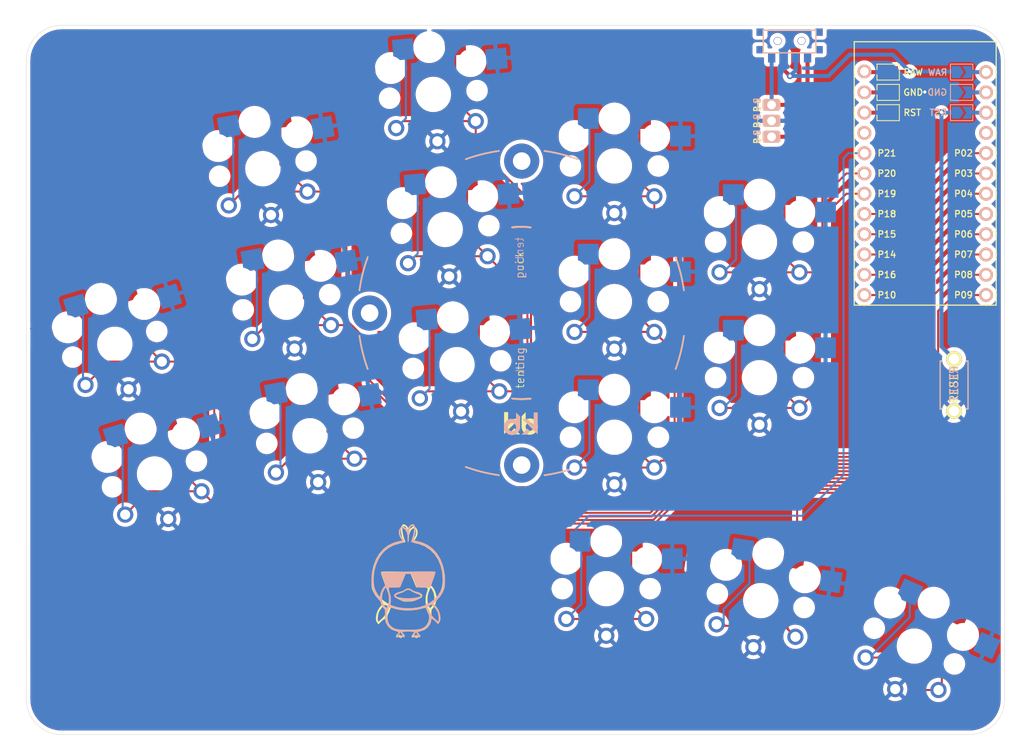
<source format=kicad_pcb>
(kicad_pcb (version 20211014) (generator pcbnew)
  (title_block (title "board") (rev "v1.0.0") (company "Unknown"))
  (layers (0 "F.Cu" signal) (31 "B.Cu" signal) (34 "B.Paste" user) (35 "F.Paste" user) (36 "B.SilkS" user "B.Silkscreen") (37 "F.SilkS" user "F.Silkscreen") (38 "B.Mask" user) (39 "F.Mask" user) (44 "Edge.Cuts" user))
  (net 0 "")
  (net 1 "P6")
  (net 2 "GND")
  (net 3 "P5")
  (net 4 "P4")
  (net 5 "P3")
  (net 6 "P2")
  (net 7 "P18")
  (net 8 "P15")
  (net 9 "P14")
  (net 10 "P16")
  (net 11 "P10")
  (net 12 "P19")
  (net 13 "P20")
  (net 14 "P21")
  (net 15 "P7")
  (net 16 "P8")
  (net 17 "P9")
  (net 18 "RAW")
  (net 19 "RST")
  (net 20 "Braw")
  (footprint "kbd:ResetSW" (layer "F.Cu") (at 157.969791 -77.623254 90)
    (fp_text reference "B1" hide)
    (fp_text value "")
  )
  (footprint "Alaa:choc_hotswap_key" (layer "F.Cu") (at 71.38711 -104.745067 10)
    (fp_text reference "S11" hide)
    (fp_text value "" hide)
  )
  (footprint "Alaa:choc_hotswap_key" (layer "F.Cu") (at 94.221643 -97.114167 5)
    (fp_text reference "S15" hide)
    (fp_text value "" hide)
  )
  (footprint "Alaa:choc_hotswap_key" (layer "F.Cu") (at 115.424791 -88.077254)
    (fp_text reference "S21" hide)
    (fp_text value "" hide)
  )
  (footprint "E73:SPDT_C128955" (layer "F.Cu") (at 137.368406 -120.751838)
    (fp_text reference "T1" hide)
    (fp_text value "" hide)
  )
  (footprint "Alaa:choc_hotswap_key" (layer "F.Cu") (at 114.400791 -52.096254)
    (fp_text reference "S31" hide)
    (fp_text value "" hide)
  )
  (footprint "E73:SPDT_C128955" (layer "F.Cu") (at 137.368406 -120.751838)
    (fp_text reference "T2" hide)
    (fp_text value "" hide)
  )
  (footprint "Alaa:choc_hotswap_key" (layer "F.Cu") (at 133.599495 -95.544491)
    (fp_text reference "S29" hide)
    (fp_text value "" hide)
  )
  (footprint "LOGO" (layer "F.Cu") (at 89.516791 -51.715254)
    (fp_text reference "G***" hide)
    (fp_text value "LOGO" hide)
  )
  (footprint "Alaa:choc_hotswap_key" (layer "F.Cu") (at 152.997059 -44.898044 -24)
    (fp_text reference "S33" hide)
    (fp_text value "" hide)
  )
  (footprint "Alaa:choc_hotswap_key" (layer "F.Cu") (at 77.291148 -71.261603 10)
    (fp_text reference "S7" hide)
    (fp_text value "" hide)
  )
  (footprint "lib:bat" (layer "F.Cu") (at 135.109791 -110.738254 -90)
    (fp_text reference "PAD1" hide)
    (fp_text value "" hide)
  )
  (footprint "Alaa:choc_hotswap_key" (layer "F.Cu") (at 52.842259 -82.729963 17)
    (fp_text reference "S5" hide)
    (fp_text value "" hide)
  )
  (footprint "Alaa:choc_hotswap_key" (layer "F.Cu") (at 133.599495 -78.544491)
    (fp_text reference "S27" hide)
    (fp_text value "" hide)
  )
  (footprint "Alaa:choc_hotswap_key" (layer "F.Cu") (at 74.339129 -88.003335 10)
    (fp_text reference "S9" hide)
    (fp_text value "" hide)
  )
  (footprint "Alaa:choc_hotswap_key" (layer "F.Cu") (at 95.703291 -80.178857 5)
    (fp_text reference "S13" hide)
    (fp_text value "" hide)
  )
  (footprint "Alaa:choc_hotswap_key" (layer "F.Cu") (at 92.739996 -114.049477 5)
    (fp_text reference "S17" hide)
    (fp_text value "" hide)
  )
  (footprint "Alaa:choc_hotswap_key" (layer "F.Cu") (at 133.758386 -50.596799 -9)
    (fp_text reference "S31" hide)
    (fp_text value "" hide)
  )
  (footprint "ProMicro" (layer "F.Cu") (at 154.357213 -102.872348 -90)
    (fp_text reference "MCU1" hide)
    (fp_text value "" hide)
  )
  (footprint "Alaa:choc_hotswap_key" (layer "F.Cu") (at 57.812578 -66.472782 17)
    (fp_text reference "S3" hide)
    (fp_text value "" hide)
  )
  (footprint "Alaa:Tenting_Puck_3_Holes" (layer "F.Cu") (at 103.810924 -86.640254)
    (fp_text reference "REF**")
    (fp_text value "Tenting Puck")
  )
  (footprint "Alaa:choc_hotswap_key" (layer "F.Cu") (at 115.424791 -105.077254)
    (fp_text reference "S23" hide)
    (fp_text value "" hide)
  )
  (footprint "Alaa:choc_hotswap_key" (layer "F.Cu") (at 115.424791 -71.077254)
    (fp_text reference "S19" hide)
    (fp_text value "" hide)
  )
  (footprint "LOGO" (layer "B.Cu") (at 89.677036 -51.735521 180)
    (fp_text reference "G***" hide)
    (fp_text value "LOGO" hide)
  )
  (gr_line (start 164.316185 -38.254903) (end 164.319791 -118.263254) (layer "Edge.Cuts") (width 0.05))
  (gr_arc (start 46.209791 -33.808254) (mid 43.066701 -35.110164) (end 41.764791 -38.253254) (layer "Edge.Cuts") (width 0.05))
  (gr_arc (start 159.874791 -122.708254) (mid 163.017881 -121.406344) (end 164.319791 -118.263254) (layer "Edge.Cuts") (width 0.05))
  (gr_line (start 46.209791 -33.808254) (end 159.871185 -33.809903) (layer "Edge.Cuts") (width 0.05))
  (gr_line (start 41.761149 -118.266118) (end 41.764791 -38.253254) (layer "Edge.Cuts") (width 0.05))
  (gr_line (start 159.874791 -122.708254) (end 46.206149 -122.711118) (layer "Edge.Cuts") (width 0.05))
  (gr_arc (start 41.761149 -118.266118) (mid 43.063059 -121.409208) (end 46.206149 -122.711118) (layer "Edge.Cuts") (width 0.05))
  (gr_arc (start 164.316185 -38.254903) (mid 163.014275 -35.111813) (end 159.871185 -33.809903) (layer "Edge.Cuts") (width 0.05))
  (segment (start 154.628374 -72.346105) (end 154.048157 -71.765888) (width 0.25) (layer "F.Cu") (net 1))
  (segment (start 147.293059 -65.010791) (end 124.592826 -65.010791) (width 0.25) (layer "F.Cu") (net 1))
  (segment (start 58.734795 -80.557863) (end 52.095465 -80.557863) (width 0.25) (layer "F.Cu") (net 1))
  (segment (start 54.234545 -89.377494) (end 54.234545 -85.058113) (width 0.25) (layer "F.Cu") (net 1))
  (segment (start 52.095465 -80.557863) (end 49.171748 -77.634146) (width 0.25) (layer "F.Cu") (net 1))
  (segment (start 71.12 -63.5) (end 65.297412 -69.322588) (width 0.25) (layer "F.Cu") (net 1))
  (segment (start 54.234545 -85.058113) (end 58.734795 -80.557863) (width 0.25) (layer "F.Cu") (net 1))
  (segment (start 154.048157 -71.765888) (end 147.293059 -65.010791) (width 0.25) (layer "F.Cu") (net 1))
  (segment (start 101.640989 -63.467774) (end 93.071241 -72.037521) (width 0.25) (layer "F.Cu") (net 1))
  (segment (start 157.969791 -96.522348) (end 154.628374 -93.180931) (width 0.25) (layer "F.Cu") (net 1))
  (segment (start 93.071241 -72.037521) (end 89.562066 -72.037521) (width 0.25) (layer "F.Cu") (net 1))
  (segment (start 154.628374 -93.180931) (end 154.628374 -72.346105) (width 0.25) (layer "F.Cu") (net 1))
  (segment (start 124.592826 -65.010791) (end 120.284168 -60.702134) (width 0.25) (layer "F.Cu") (net 1))
  (segment (start 89.562066 -72.037521) (end 81.024544 -63.5) (width 0.25) (layer "F.Cu") (net 1))
  (segment (start 106.339988 -63.467774) (end 101.640989 -63.467774) (width 0.25) (layer "F.Cu") (net 1))
  (segment (start 109.105628 -60.702134) (end 106.339988 -63.467774) (width 0.25) (layer "F.Cu") (net 1))
  (segment (start 120.284168 -60.702134) (end 109.105628 -60.702134) (width 0.25) (layer "F.Cu") (net 1))
  (segment (start 154.628374 -72.346106) (end 154.048157 -71.765888) (width 0.25) (layer "F.Cu") (net 1))
  (segment (start 63.479549 -80.557863) (end 58.734795 -80.557863) (width 0.25) (layer "F.Cu") (net 1))
  (segment (start 65.297412 -78.74) (end 63.479549 -80.557863) (width 0.25) (layer "F.Cu") (net 1))
  (segment (start 161.977213 -96.522348) (end 157.969791 -96.522348) (width 0.25) (layer "F.Cu") (net 1))
  (segment (start 65.297412 -69.322588) (end 65.297412 -78.74) (width 0.25) (layer "F.Cu") (net 1))
  (segment (start 81.024544 -63.5) (end 71.12 -63.5) (width 0.25) (layer "F.Cu") (net 1))
  (segment (start 47.655954 -88.184596) (end 48.856953 -86.983597) (width 0.25) (layer "B.Cu") (net 1))
  (segment (start 48.856953 -86.983597) (end 48.856953 -78.356283) (width 0.25) (layer "B.Cu") (net 1))
  (segment (start 154.256703 -114.302348) (end 150.44369 -114.302348) (width 0.5) (layer "F.Cu") (net 2))
  (segment (start 154.304587 -114.350232) (end 154.256703 -114.302348) (width 0.5) (layer "F.Cu") (net 2))
  (via (at 154.304587 -114.350232) (size 0.8) (drill 0.4) (layers "F.Cu" "B.Cu") (net 2))
  (segment (start 154.329345 -114.325474) (end 154.352471 -114.302348) (width 0.5) (layer "B.Cu") (net 2))
  (segment (start 154.352471 -114.302348) (end 158.19369 -114.302348) (width 0.5) (layer "B.Cu") (net 2))
  (segment (start 154.159791 -95.252348) (end 157.969791 -99.062348) (width 0.25) (layer "F.Cu") (net 3))
  (segment (start 101.827187 -63.917294) (end 106.526186 -63.917294) (width 0.25) (layer "F.Cu") (net 3))
  (segment (start 109.291826 -61.151654) (end 120.097971 -61.151654) (width 0.25) (layer "F.Cu") (net 3))
  (segment (start 93.25744 -72.487041) (end 101.827187 -63.917294) (width 0.25) (layer "F.Cu") (net 3))
  (segment (start 124.406628 -65.460311) (end 147.106862 -65.460311) (width 0.25) (layer "F.Cu") (net 3))
  (segment (start 106.526186 -63.917294) (end 109.291826 -61.151654) (width 0.25) (layer "F.Cu") (net 3))
  (segment (start 154.159791 -79.528254) (end 154.159791 -95.252348) (width 0.25) (layer "F.Cu") (net 3))
  (segment (start 79.483187 -71.779437) (end 82.87505 -68.387574) (width 0.25) (layer "F.Cu") (net 3))
  (segment (start 157.969791 -99.062348) (end 161.977213 -99.062348) (width 0.25) (layer "F.Cu") (net 3))
  (segment (start 85.2764 -68.387574) (end 89.375869 -72.487041) (width 0.25) (layer "F.Cu") (net 3))
  (segment (start 82.87505 -68.387574) (end 74.763453 -68.387574) (width 0.25) (layer "F.Cu") (net 3))
  (segment (start 79.483187 -77.689907) (end 79.483187 -71.779437) (width 0.25) (layer "F.Cu") (net 3))
  (segment (start 74.763453 -68.387574) (end 73.026972 -66.651093) (width 0.25) (layer "F.Cu") (net 3))
  (segment (start 82.87505 -68.387574) (end 85.2764 -68.387574) (width 0.25) (layer "F.Cu") (net 3))
  (segment (start 154.178854 -79.509191) (end 154.159791 -79.528254) (width 0.25) (layer "F.Cu") (net 3))
  (segment (start 147.106862 -65.460311) (end 154.178854 -72.532303) (width 0.25) (layer "F.Cu") (net 3))
  (segment (start 120.097971 -61.151654) (end 124.406628 -65.460311) (width 0.25) (layer "F.Cu") (net 3))
  (segment (start 89.375869 -72.487041) (end 93.25744 -72.487041) (width 0.25) (layer "F.Cu") (net 3))
  (segment (start 154.178854 -72.532303) (end 154.178854 -79.509191) (width 0.25) (layer "F.Cu") (net 3))
  (segment (start 73.59045 -67.214571) (end 73.026972 -66.651093) (width 0.25) (layer "B.Cu") (net 3))
  (segment (start 73.032696 -76.552511) (end 73.59045 -75.994757) (width 0.25) (layer "B.Cu") (net 3))
  (segment (start 73.59045 -75.994757) (end 73.59045 -67.214571) (width 0.25) (layer "B.Cu") (net 3))
  (segment (start 76.531168 -88.521169) (end 79.923031 -85.129306) (width 0.25) (layer "F.Cu") (net 4))
  (segment (start 153.698572 -97.331129) (end 153.698572 -72.687741) (width 0.25) (layer "F.Cu") (net 4))
  (segment (start 153.698572 -72.687741) (end 146.920664 -65.909831) (width 0.25) (layer "F.Cu") (net 4))
  (segment (start 76.531168 -94.431639) (end 76.531168 -88.521169) (width 0.25) (layer "F.Cu") (net 4))
  (segment (start 106.712384 -64.366814) (end 102.013385 -64.366814) (width 0.25) (layer "F.Cu") (net 4))
  (segment (start 146.920664 -65.909831) (end 124.220428 -65.909831) (width 0.25) (layer "F.Cu") (net 4))
  (segment (start 102.013385 -64.366814) (end 93.443638 -72.936561) (width 0.25) (layer "F.Cu") (net 4))
  (segment (start 157.969791 -101.602348) (end 153.698572 -97.331129) (width 0.25) (layer "F.Cu") (net 4))
  (segment (start 119.91177 -61.601174) (end 109.478024 -61.601174) (width 0.25) (layer "F.Cu") (net 4))
  (segment (start 79.923031 -85.129306) (end 71.811434 -85.129306) (width 0.25) (layer "F.Cu") (net 4))
  (segment (start 93.443638 -72.936561) (end 89.382986 -72.936561) (width 0.25) (layer "F.Cu") (net 4))
  (segment (start 84.38648 -77.933067) (end 84.38648 -82.617802) (width 0.25) (layer "F.Cu") (net 4))
  (segment (start 109.478024 -61.601174) (end 106.712384 -64.366814) (width 0.25) (layer "F.Cu") (net 4))
  (segment (start 124.220428 -65.909831) (end 119.91177 -61.601174) (width 0.25) (layer "F.Cu") (net 4))
  (segment (start 84.38648 -82.617802) (end 81.874976 -85.129306) (width 0.25) (layer "F.Cu") (net 4))
  (segment (start 71.811434 -85.129306) (end 70.074953 -83.392825) (width 0.25) (layer "F.Cu") (net 4))
  (segment (start 161.977213 -101.602348) (end 157.969791 -101.602348) (width 0.25) (layer "F.Cu") (net 4))
  (segment (start 81.874976 -85.129306) (end 79.923031 -85.129306) (width 0.25) (layer "F.Cu") (net 4))
  (segment (start 89.382986 -72.936561) (end 84.38648 -77.933067) (width 0.25) (layer "F.Cu") (net 4))
  (segment (start 70.638431 -83.956303) (end 70.074953 -83.392825) (width 0.25) (layer "B.Cu") (net 4))
  (segment (start 70.638431 -92.736489) (end 70.638431 -83.956303) (width 0.25) (layer "B.Cu") (net 4))
  (segment (start 70.080677 -93.294243) (end 70.638431 -92.736489) (width 0.25) (layer "B.Cu") (net 4))
  (segment (start 68.859415 -101.871038) (end 67.122934 -100.134557) (width 0.25) (layer "F.Cu") (net 5))
  (segment (start 102.199583 -64.816334) (end 106.898581 -64.816334) (width 0.25) (layer "F.Cu") (net 5))
  (segment (start 161.977213 -104.142348) (end 157.969791 -104.142348) (width 0.25) (layer "F.Cu") (net 5))
  (segment (start 157.969791 -104.142348) (end 153.249052 -99.421609) (width 0.25) (layer "F.Cu") (net 5))
  (segment (start 106.898581 -64.816334) (end 109.664221 -62.050694) (width 0.25) (layer "F.Cu") (net 5))
  (segment (start 153.249052 -72.873939) (end 151.57058 -71.195465) (width 0.25) (layer "F.Cu") (net 5))
  (segment (start 73.579149 -111.173371) (end 73.579149 -105.262901) (width 0.25) (layer "F.Cu") (net 5))
  (segment (start 146.734466 -66.359351) (end 151.57058 -71.195465) (width 0.25) (layer "F.Cu") (net 5))
  (segment (start 79.561162 -101.871038) (end 81.858703 -99.573497) (width 0.25) (layer "F.Cu") (net 5))
  (segment (start 76.971012 -101.871038) (end 79.561162 -101.871038) (width 0.25) (layer "F.Cu") (net 5))
  (segment (start 81.858703 -85.781297) (end 84.836 -82.804) (width 0.25) (layer "F.Cu") (net 5))
  (segment (start 151.57058 -71.195465) (end 153.249052 -72.873938) (width 0.25) (layer "F.Cu") (net 5))
  (segment (start 84.836 -82.804) (end 84.836 -78.119265) (width 0.25) (layer "F.Cu") (net 5))
  (segment (start 76.971012 -101.871038) (end 68.859415 -101.871038) (width 0.25) (layer "F.Cu") (net 5))
  (segment (start 109.664221 -62.050694) (end 119.725573 -62.050694) (width 0.25) (layer "F.Cu") (net 5))
  (segment (start 93.629836 -73.386081) (end 102.199583 -64.816334) (width 0.25) (layer "F.Cu") (net 5))
  (segment (start 124.03423 -66.359351) (end 146.734466 -66.359351) (width 0.25) (layer "F.Cu") (net 5))
  (segment (start 81.858703 -99.573497) (end 81.858703 -85.781297) (width 0.25) (layer "F.Cu") (net 5))
  (segment (start 73.579149 -105.262901) (end 76.971012 -101.871038) (width 0.25) (layer "F.Cu") (net 5))
  (segment (start 119.725573 -62.050694) (end 124.03423 -66.359351) (width 0.25) (layer "F.Cu") (net 5))
  (segment (start 89.569184 -73.386081) (end 93.629836 -73.386081) (width 0.25) (layer "F.Cu") (net 5))
  (segment (start 153.249052 -99.421609) (end 153.249052 -72.873939) (width 0.25) (layer "F.Cu") (net 5))
  (segment (start 84.836 -78.119265) (end 89.569184 -73.386081) (width 0.25) (layer "F.Cu") (net 5))
  (segment (start 67.686412 -100.698035) (end 67.122934 -100.134557) (width 0.25) (layer "B.Cu") (net 5))
  (segment (start 67.128658 -110.035975) (end 67.686412 -109.478221) (width 0.25) (layer "B.Cu") (net 5))
  (segment (start 67.686412 -109.478221) (end 67.686412 -100.698035) (width 0.25) (layer "B.Cu") (net 5))
  (segment (start 106.68 -70.883507) (end 104.07916 -73.484347) (width 0.25) (layer "F.Cu") (net 6))
  (segment (start 119.539376 -62.500214) (end 109.850419 -62.500214) (width 0.25) (layer "F.Cu") (net 6))
  (segment (start 109.850419 -62.500214) (end 106.68 -65.670633) (width 0.25) (layer "F.Cu") (net 6))
  (segment (start 91.925067 -76.829096) (end 91.053509 -75.957538) (width 0.25) (layer "F.Cu") (net 6))
  (segment (start 123.848033 -66.808871) (end 119.539376 -62.500214) (width 0.25) (layer "F.Cu") (net 6))
  (segment (start 152.799532 -73.060135) (end 146.548268 -66.808871) (width 0.25) (layer "F.Cu") (net 6))
  (segment (start 146.548268 -66.808871) (end 123.848033 -66.808871) (width 0.25) (layer "F.Cu") (net 6))
  (segment (start 101.015456 -76.829096) (end 98.447252 -79.3973) (width 0.25) (layer "F.Cu") (net 6))
  (segment (start 104.07916 -73.484347) (end 104.07916 -75.594064) (width 0.25) (layer "F.Cu") (net 6))
  (segment (start 98.447252 -79.3973) (end 98.447252 -86.391651) (width 0.25) (layer "F.Cu") (net 6))
  (segment (start 161.977213 -106.682348) (end 157.969791 -106.682348) (width 0.25) (layer "F.Cu") (net 6))
  (segment (start 102.844128 -76.829096) (end 101.015456 -76.829096) (width 0.25) (layer "F.Cu") (net 6))
  (segment (start 104.07916 -75.594064) (end 102.844128 -76.829096) (width 0.25) (layer "F.Cu") (net 6))
  (segment (start 157.969791 -106.682348) (end 152.799532 -101.512089) (width 0.25) (layer "F.Cu") (net 6))
  (segment (start 152.799532 -101.512089) (end 152.799532 -73.060135) (width 0.25) (layer "F.Cu") (net 6))
  (segment (start 106.68 -65.670633) (end 106.68 -70.883507) (width 0.25) (layer "F.Cu") (net 6))
  (segment (start 101.015456 -76.829096) (end 91.925067 -76.829096) (width 0.25) (layer "F.Cu") (net 6))
  (segment (start 92.270004 -77.174033) (end 91.053509 -75.957538) (width 0.25) (layer "B.Cu") (net 6))
  (segment (start 91.922177 -85.82078) (end 92.270004 -85.472953) (width 0.25) (layer "B.Cu") (net 6))
  (segment (start 92.270004 -85.472953) (end 92.270004 -77.174033) (width 0.25) (layer "B.Cu") (net 6))
  (segment (start 104.52868 -88.769534) (end 99.533808 -93.764406) (width 0.25) (layer "F.Cu") (net 7))
  (segment (start 146.36207 -67.258391) (end 123.661837 -67.258391) (width 0.25) (layer "F.Cu") (net 7))
  (segment (start 152.350012 -73.246333) (end 146.36207 -67.258391) (width 0.25) (layer "F.Cu") (net 7))
  (segment (start 104.52868 -73.670546) (end 104.52868 -88.769534) (width 0.25) (layer "F.Cu") (net 7))
  (segment (start 146.737213 -99.062348) (end 149.079791 -99.062348) (width 0.25) (layer "F.Cu") (net 7))
  (segment (start 119.353179 -62.949734) (end 110.036619 -62.949734) (width 0.25) (layer "F.Cu") (net 7))
  (segment (start 99.533808 -93.764406) (end 90.443419 -93.764406) (width 0.25) (layer "F.Cu") (net 7))
  (segment (start 96.965604 -96.33261) (end 99.533808 -93.764406) (width 0.25) (layer "F.Cu") (net 7))
  (segment (start 149.079791 -99.062348) (end 152.350012 -95.792127) (width 0.25) (layer "F.Cu") (net 7))
  (segment (start 107.12952 -65.856833) (end 107.12952 -71.069704) (width 0.25) (layer "F.Cu") (net 7))
  (segment (start 110.036619 -62.949734) (end 107.12952 -65.856833) (width 0.25) (layer "F.Cu") (net 7))
  (segment (start 152.350012 -95.792127) (end 152.350012 -73.246333) (width 0.25) (layer "F.Cu") (net 7))
  (segment (start 123.661837 -67.258391) (end 119.353179 -62.949734) (width 0.25) (layer "F.Cu") (net 7))
  (segment (start 107.12952 -71.069704) (end 104.52868 -73.670546) (width 0.25) (layer "F.Cu") (net 7))
  (segment (start 96.965604 -103.326961) (end 96.965604 -96.33261) (width 0.25) (layer "F.Cu") (net 7))
  (segment (start 90.443419 -93.764406) (end 89.571861 -92.892848) (width 0.25) (layer "F.Cu") (net 7))
  (segment (start 90.788356 -94.109343) (end 89.571861 -92.892848) (width 0.25) (layer "B.Cu") (net 7))
  (segment (start 90.440529 -102.75609) (end 90.788356 -102.408263) (width 0.25) (layer "B.Cu") (net 7))
  (segment (start 90.788356 -102.408263) (end 90.788356 -94.109343) (width 0.25) (layer "B.Cu") (net 7))
  (segment (start 104.9782 -73.856744) (end 104.9782 -100.61575) (width 0.25) (layer "F.Cu") (net 8))
  (segment (start 107.57904 -71.255902) (end 104.9782 -73.856744) (width 0.25) (layer "F.Cu") (net 8))
  (segment (start 110.222817 -63.399254) (end 107.57904 -66.043031) (width 0.25) (layer "F.Cu") (net 8))
  (segment (start 95.483957 -120.262271) (end 95.483957 -113.26792) (width 0.25) (layer "F.Cu") (net 8))
  (segment (start 146.737213 -96.522348) (end 149.079791 -96.522348) (width 0.25) (layer "F.Cu") (net 8))
  (segment (start 104.9782 -100.61575) (end 98.052161 -107.541789) (width 0.25) (layer "F.Cu") (net 8))
  (segment (start 149.079791 -96.522348) (end 151.900492 -93.701647) (width 0.25) (layer "F.Cu") (net 8))
  (segment (start 146.175872 -67.707911) (end 123.475639 -67.707911) (width 0.25) (layer "F.Cu") (net 8))
  (segment (start 88.961772 -110.699716) (end 88.090214 -109.828158) (width 0.25) (layer "F.Cu") (net 8))
  (segment (start 119.166982 -63.399254) (end 110.222817 -63.399254) (width 0.25) (layer "F.Cu") (net 8))
  (segment (start 123.475639 -67.707911) (end 119.166982 -63.399254) (width 0.25) (layer "F.Cu") (net 8))
  (segment (start 98.052161 -110.699716) (end 88.961772 -110.699716) (width 0.25) (layer "F.Cu") (net 8))
  (segment (start 107.57904 -66.043031) (end 107.57904 -71.255902) (width 0.25) (layer "F.Cu") (net 8))
  (segment (start 98.052161 -107.541789) (end 98.052161 -110.699716) (width 0.25) (layer "F.Cu") (net 8))
  (segment (start 95.483957 -113.26792) (end 98.052161 -110.699716) (width 0.25) (layer "F.Cu") (net 8))
  (segment (start 151.900492 -93.701647) (end 151.900492 -73.432531) (width 0.25) (layer "F.Cu") (net 8))
  (segment (start 151.900492 -73.432531) (end 146.175872 -67.707911) (width 0.25) (layer "F.Cu") (net 8))
  (segment (start 89.306709 -111.044653) (end 88.090214 -109.828158) (width 0.25) (layer "B.Cu") (net 8))
  (segment (start 89.306709 -119.343573) (end 89.306709 -111.044653) (width 0.25) (layer "B.Cu") (net 8))
  (segment (start 88.958882 -119.6914) (end 89.306709 -119.343573) (width 0.25) (layer "B.Cu") (net 8))
  (segment (start 151.450972 -90.722167) (end 151.450972 -73.618729) (width 0.25) (layer "F.Cu") (net 9))
  (segment (start 120.424791 -67.277254) (end 110.424791 -67.277254) (width 0.25) (layer "F.Cu") (net 9))
  (segment (start 118.55027 -76.877733) (end 118.55027 -69.151775) (width 0.25) (layer "F.Cu") (net 9))
  (segment (start 145.989674 -68.157431) (end 121.304968 -68.157431) (width 0.25) (layer "F.Cu") (net 9))
  (segment (start 148.190791 -93.982348) (end 151.450972 -90.722167) (width 0.25) (layer "F.Cu") (net 9))
  (segment (start 118.55027 -69.151775) (end 120.424791 -67.277254) (width 0.25) (layer "F.Cu") (net 9))
  (segment (start 151.450972 -73.618729) (end 145.989674 -68.157431) (width 0.25) (layer "F.Cu") (net 9))
  (segment (start 146.737213 -93.982348) (end 148.190791 -93.982348) (width 0.25) (layer "F.Cu") (net 9))
  (segment (start 121.304968 -68.157431) (end 120.424791 -67.277254) (width 0.25) (layer "F.Cu") (net 9))
  (segment (start 118.699791 -77.027254) (end 118.55027 -76.877733) (width 0.25) (layer "F.Cu") (net 9))
  (segment (start 112.299312 -77.420712) (end 112.299312 -69.151775) (width 0.25) (layer "B.Cu") (net 9))
  (segment (start 112.299312 -69.151775) (end 110.424791 -67.277254) (width 0.25) (layer "B.Cu") (net 9))
  (segment (start 118.55027 -86.151775) (end 120.424791 -84.277254) (width 0.25) (layer "F.Cu") (net 10))
  (segment (start 146.737213 -91.442348) (end 149.079791 -91.442348) (width 0.25) (layer "F.Cu") (net 10))
  (segment (start 110.424791 -84.277254) (end 120.424791 -84.277254) (width 0.25) (layer "F.Cu") (net 10))
  (segment (start 122.966194 -81.735851) (end 122.966194 -69.25978) (width 0.25) (layer "F.Cu") (net 10))
  (segment (start 118.55027 -93.877733) (end 118.55027 -86.151775) (width 0.25) (layer "F.Cu") (net 10))
  (segment (start 151.001452 -73.804927) (end 150.489285 -73.29276) (width 0.25) (layer "F.Cu") (net 10))
  (segment (start 120.424791 -84.277254) (end 122.966194 -81.735851) (width 0.25) (layer "F.Cu") (net 10))
  (segment (start 150.489285 -73.29276) (end 151.001452 -73.804926) (width 0.25) (layer "F.Cu") (net 10))
  (segment (start 151.001452 -89.520687) (end 151.001452 -73.804927) (width 0.25) (layer "F.Cu") (net 10))
  (segment (start 123.607665 -68.61831) (end 145.814835 -68.61831) (width 0.25) (layer "F.Cu") (net 10))
  (segment (start 149.079791 -91.442348) (end 151.001452 -89.520687) (width 0.25) (layer "F.Cu") (net 10))
  (segment (start 145.814835 -68.61831) (end 150.489285 -73.29276) (width 0.25) (layer "F.Cu") (net 10))
  (segment (start 118.699791 -94.027254) (end 118.55027 -93.877733) (width 0.25) (layer "F.Cu") (net 10))
  (segment (start 122.966194 -69.25978) (end 123.607665 -68.61831) (width 0.25) (layer "F.Cu") (net 10))
  (segment (start 112.299312 -94.420712) (end 112.299312 -86.151775) (width 0.25) (layer "B.Cu") (net 10))
  (segment (start 112.299312 -86.151775) (end 110.424791 -84.277254) (width 0.25) (layer "B.Cu") (net 10))
  (segment (start 150.551932 -73.991124) (end 145.628638 -69.06783) (width 0.25) (layer "F.Cu") (net 11))
  (segment (start 123.793862 -69.06783) (end 123.415714 -69.445978) (width 0.25) (layer "F.Cu") (net 11))
  (segment (start 150.551932 -87.430207) (end 150.551932 -73.991124) (width 0.25) (layer "F.Cu") (net 11))
  (segment (start 123.415714 -69.445978) (end 123.415714 -95.540331) (width 0.25) (layer "F.Cu") (net 11))
  (segment (start 146.737213 -88.902348) (end 149.079791 -88.902348) (width 0.25) (layer "F.Cu") (net 11))
  (segment (start 145.628638 -69.06783) (end 123.793862 -69.06783) (width 0.25) (layer "F.Cu") (net 11))
  (segment (start 118.55027 -110.877733) (end 118.55027 -103.151775) (width 0.25) (layer "F.Cu") (net 11))
  (segment (start 120.424791 -98.531254) (end 120.424791 -101.277254) (width 0.25) (layer "F.Cu") (net 11))
  (segment (start 149.079791 -88.902348) (end 150.551932 -87.430207) (width 0.25) (layer "F.Cu") (net 11))
  (segment (start 120.424791 -101.277254) (end 110.424791 -101.277254) (width 0.25) (layer "F.Cu") (net 11))
  (segment (start 118.699791 -111.027254) (end 118.55027 -110.877733) (width 0.25) (layer "F.Cu") (net 11))
  (segment (start 123.415714 -95.540331) (end 120.424791 -98.531254) (width 0.25) (layer "F.Cu") (net 11))
  (segment (start 118.55027 -103.151775) (end 120.424791 -101.277254) (width 0.25) (layer "F.Cu") (net 11))
  (segment (start 112.299312 -103.151775) (end 110.424791 -101.277254) (width 0.25) (layer "B.Cu") (net 11))
  (segment (start 112.299312 -111.420712) (end 112.299312 -103.151775) (width 0.25) (layer "B.Cu") (net 11))
  (segment (start 136.724974 -76.619012) (end 136.724974 -84.34497) (width 0.25) (layer "F.Cu") (net 12))
  (segment (start 141.922106 -78.067102) (end 141.922106 -99.040569) (width 0.25) (layer "F.Cu") (net 12))
  (segment (start 144.483885 -101.602348) (end 146.737213 -101.602348) (width 0.25) (layer "F.Cu") (net 12))
  (segment (start 141.922106 -99.040569) (end 144.483885 -101.602348) (width 0.25) (layer "F.Cu") (net 12))
  (segment (start 138.599495 -74.744491) (end 136.724974 -76.619012) (width 0.25) (layer "F.Cu") (net 12))
  (segment (start 136.724974 -84.34497) (end 136.874495 -84.494491) (width 0.25) (layer "F.Cu") (net 12))
  (segment (start 128.599495 -74.744491) (end 138.599495 -74.744491) (width 0.25) (layer "F.Cu") (net 12))
  (segment (start 138.599495 -74.744491) (end 141.922106 -78.067102) (width 0.25) (layer "F.Cu") (net 12))
  (segment (start 130.654161 -76.367747) (end 128.45992 -74.173506) (width 0.25) (layer "B.Cu") (net 12))
  (segment (start 130.654161 -83.454265) (end 130.654161 -76.367747) (width 0.25) (layer "B.Cu") (net 12))
  (segment (start 130.18492 -83.923506) (end 130.654161 -83.454265) (width 0.25) (layer "B.Cu") (net 12))
  (segment (start 136.724974 -93.619012) (end 136.724974 -101.34497) (width 0.25) (layer "F.Cu") (net 13))
  (segment (start 144.483885 -104.142348) (end 146.737213 -104.142348) (width 0.25) (layer "F.Cu") (net 13))
  (segment (start 136.724974 -101.34497) (end 136.874495 -101.494491) (width 0.25) (layer "F.Cu") (net 13))
  (segment (start 138.599495 -91.744491) (end 136.724974 -93.619012) (width 0.25) (layer "F.Cu") (net 13))
  (segment (start 138.599495 -91.744491) (end 140.309764 -91.744491) (width 0.25) (layer "F.Cu") (net 13))
  (segment (start 140.309764 -91.744491) (end 141.472586 -92.907313) (width 0.25) (layer "F.Cu") (net 13))
  (segment (start 141.472586 -92.907313) (end 141.472586 -101.131049) (width 0.25) (layer "F.Cu") (net 13))
  (segment (start 141.472586 -101.131049) (end 144.483885 -104.142348) (width 0.25) (layer "F.Cu") (net 13))
  (segment (start 128.599495 -91.744491) (end 138.599495 -91.744491) (width 0.25) (layer "F.Cu") (net 13))
  (segment (start 130.654161 -100.454265) (end 130.654161 -93.367747) (width 0.25) (layer "B.Cu") (net 13))
  (segment (start 129.030905 -91.744491) (end 128.599495 -91.744491) (width 0.25) (layer "B.Cu") (net 13))
  (segment (start 130.654161 -93.367747) (end 129.030905 -91.744491) (width 0.25) (layer "B.Cu") (net 13))
  (segment (start 130.18492 -100.923506) (end 130.654161 -100.454265) (width 0.25) (layer "B.Cu") (net 13))
  (segment (start 119.400791 -48.296254) (end 109.400791 -48.296254) (width 0.25) (layer "F.Cu") (net 14))
  (segment (start 117.67579 -58.046253) (end 117.52627 -57.896733) (width 0.25) (layer "F.Cu") (net 14))
  (segment (start 117.52627 -57.896733) (end 117.52627 -50.170775) (width 0.25) (layer "F.Cu") (net 14))
  (segment (start 117.52627 -50.170775) (end 119.400791 -48.296254) (width 0.25) (layer "F.Cu") (net 14))
  (segment (start 111.12579 -58.046254) (end 111.275312 -57.896732) (width 0.25) (layer "B.Cu") (net 14))
  (segment (start 111.275312 -50.170775) (end 109.400791 -48.296254) (width 0.25) (layer "B.Cu") (net 14))
  (segment (start 110.62579 -59.616253) (end 110.62579 -58.046254) (width 0.25) (layer "B.Cu") (net 14))
  (segment (start 112.249791 -61.240254) (end 110.62579 -59.616253) (width 0.25) (layer "B.Cu") (net 14))
  (segment (start 144.737885 -106.682348) (end 144.126791 -106.071254) (width 0.25) (layer "B.Cu") (net 14))
  (segment (start 144.126791 -106.071254) (end 144.126791 -66.345654) (width 0.25) (layer "B.Cu") (net 14))
  (segment (start 144.126791 -66.345654) (end 139.021391 -61.240254) (width 0.25) (layer "B.Cu") (net 14))
  (segment (start 146.737213 -106.682348) (end 144.737885 -106.682348) (width 0.25) (layer "B.Cu") (net 14))
  (segment (start 111.275312 -57.896732) (end 111.275312 -50.170775) (width 0.25) (layer "B.Cu") (net 14))
  (segment (start 139.021391 -61.240254) (end 112.249791 -61.240254) (width 0.25) (layer "B.Cu") (net 14))
  (segment (start 157.969791 -93.982348) (end 155.077894 -91.090451) (width 0.25) (layer "F.Cu") (net 15))
  (segment (start 89.748263 -71.588001) (end 81.210741 -63.05048) (width 0.25) (layer "F.Cu") (net 15))
  (segment (start 59.204864 -68.800932) (end 63.705114 -64.300682) (width 0.25) (layer "F.Cu") (net 15))
  (segment (start 120.470365 -60.252614) (end 108.919431 -60.252614) (width 0.25) (layer "F.Cu") (net 15))
  (segment (start 64.955316 -63.05048) (end 63.705114 -64.300682) (width 0.25) (layer "F.Cu") (net 15))
  (segment (start 155.077894 -72.159908) (end 154.620015 -71.70203) (width 0.25) (layer "F.Cu") (net 15))
  (segment (start 81.210741 -63.05048) (end 64.955316 -63.05048) (width 0.25) (layer "F.Cu") (net 15))
  (segment (start 92.885044 -71.588001) (end 89.748263 -71.588001) (width 0.25) (layer "F.Cu") (net 15))
  (segment (start 155.077894 -72.159909) (end 154.620015 -71.70203) (width 0.25) (layer "F.Cu") (net 15))
  (segment (start 101.454791 -63.018254) (end 92.885044 -71.588001) (width 0.25) (layer "F.Cu") (net 15))
  (segment (start 154.620015 -71.70203) (end 147.479256 -64.561271) (width 0.25) (layer "F.Cu") (net 15))
  (segment (start 161.977213 -93.982348) (end 157.969791 -93.982348) (width 0.25) (layer "F.Cu") (net 15))
  (segment (start 63.705114 -64.300682) (end 57.065784 -64.300682) (width 0.25) (layer "F.Cu") (net 15))
  (segment (start 147.479256 -64.561271) (end 124.779023 -64.561271) (width 0.25) (layer "F.Cu") (net 15))
  (segment (start 155.077894 -91.090451) (end 155.077894 -72.159909) (width 0.25) (layer "F.Cu") (net 15))
  (segment (start 108.919431 -60.252614) (end 106.153791 -63.018254) (width 0.25) (layer "F.Cu") (net 15))
  (segment (start 57.065784 -64.300682) (end 54.142067 -61.376965) (width 0.25) (layer "F.Cu") (net 15))
  (segment (start 106.153791 -63.018254) (end 101.454791 -63.018254) (width 0.25) (layer "F.Cu") (net 15))
  (segment (start 124.779023 -64.561271) (end 120.470365 -60.252614) (width 0.25) (layer "F.Cu") (net 15))
  (segment (start 59.204864 -73.120313) (end 59.204864 -68.800932) (width 0.25) (layer "F.Cu") (net 15))
  (segment (start 52.626273 -71.927415) (end 53.827272 -70.726416) (width 0.25) (layer "B.Cu") (net 15))
  (segment (start 53.827272 -70.726416) (end 53.827272 -62.099102) (width 0.25) (layer "B.Cu") (net 15))
  (segment (start 155.527414 -71.97371) (end 155.191874 -71.638171) (width 0.25) (layer "F.Cu") (net 16))
  (segment (start 161.977213 -91.442348) (end 157.969791 -91.442348) (width 0.25) (layer "F.Cu") (net 16))
  (segment (start 136.725744 -47.438044) (end 129.302205 -47.438044) (width 0.25) (layer "F.Cu") (net 16))
  (segment (start 139.124288 -64.111751) (end 138.312849 -63.300312) (width 0.25) (layer "F.Cu") (net 16))
  (segment (start 155.191874 -71.638171) (end 147.665453 -64.111751) (width 0.25) (layer "F.Cu") (net 16))
  (segment (start 138.011059 -55.159429) (end 137.133791 -54.282161) (width 0.25) (layer "F.Cu") (net 16))
  (segment (start 155.527414 -71.973711) (end 155.191874 -71.638171) (width 0.25) (layer "F.Cu") (net 16))
  (segment (start 137.133791 -47.029997) (end 138.102377 -46.061411) (width 0.25) (layer "F.Cu") (net 16))
  (segment (start 147.665453 -64.111751) (end 139.124288 -64.111751) (width 0.25) (layer "F.Cu") (net 16))
  (segment (start 129.302205 -47.438044) (end 129.114494 -47.625755) (width 0.25) (layer "F.Cu") (net 16))
  (segment (start 155.527414 -88.999971) (end 155.527414 -71.973711) (width 0.25) (layer "F.Cu") (net 16))
  (segment (start 138.312849 -63.300312) (end 138.312849 -55.961221) (width 0.25) (layer "F.Cu") (net 16))
  (segment (start 138.102377 -46.061411) (end 136.725744 -47.438044) (width 0.25) (layer "F.Cu") (net 16))
  (segment (start 157.969791 -91.442348) (end 155.527414 -88.999971) (width 0.25) (layer "F.Cu") (net 16))
  (segment (start 137.133791 -54.282161) (end 137.133791 -47.029997) (width 0.25) (layer "F.Cu") (net 16))
  (segment (start 131.454491 -56.985868) (end 132.343492 -56.096867) (width 0.25) (layer "B.Cu") (net 16))
  (segment (start 132.343492 -56.096867) (end 132.343492 -52.766955) (width 0.25) (layer "B.Cu") (net 16))
  (segment (start 132.343492 -52.766955) (end 129.114494 -49.537957) (width 0.25) (layer "B.Cu") (net 16))
  (segment (start 129.114494 -49.537957) (end 129.114494 -47.625755) (width 0.25) (layer "B.Cu") (net 16))
  (segment (start 161.977213 -88.902348) (end 157.969791 -88.902348) (width 0.25) (layer "F.Cu") (net 17))
  (segment (start 158.409003 -49.001577) (end 156.437791 -47.030365) (width 0.25) (layer "F.Cu") (net 17))
  (segment (start 158.409002 -52.165043) (end 158.409002 -49.001576) (width 0.25) (layer "F.Cu") (net 17))
  (segment (start 154.409157 -39.392888) (end 150.341791 -43.460254) (width 0.25) (layer "F.Cu") (net 17))
  (segment (start 157.969791 -88.902348) (end 155.976934 -86.909491) (width 0.25) (layer "F.Cu") (net 17))
  (segment (start 150.341791 -43.460254) (end 147.772733 -43.460254) (width 0.25) (layer "F.Cu") (net 17))
  (segment (start 156.437791 -47.030365) (end 156.437791 -39.392888) (width 0.25) (layer "F.Cu") (net 17))
  (segment (start 155.976934 -86.909491) (end 155.976934 -54.597111) (width 0.25) (layer "F.Cu") (net 17))
  (segment (start 156.437791 -39.392888) (end 154.409157 -39.392888) (width 0.25) (layer "F.Cu") (net 17))
  (segment (start 155.976934 -54.597111) (end 158.409002 -52.165043) (width 0.25) (layer "F.Cu") (net 17))
  (segment (start 152.42528 -48.517265) (end 147.772733 -43.864718) (width 0.25) (layer "B.Cu") (net 17))
  (segment (start 147.772733 -43.864718) (end 147.772733 -43.460254) (width 0.25) (layer "B.Cu") (net 17))
  (segment (start 152.42528 -51.665702) (end 152.42528 -48.517265) (width 0.25) (layer "B.Cu") (net 17))
  (segment (start 152.372041 -116.88499) (end 150.419502 -116.88499) (width 0.5) (layer "F.Cu") (net 18))
  (segment (start 136.618406 -117.166566) (end 137.420433 -116.364539) (width 0.5) (layer "F.Cu") (net 18))
  (segment (start 152.4 -116.912949) (end 152.372041 -116.88499) (width 0.5) (layer "F.Cu") (net 18))
  (segment (start 136.618406 -118.676838) (end 136.618406 -117.166566) (width 0.5) (layer "F.Cu") (net 18))
  (via (at 152.4 -116.912949) (size 0.8) (drill 0.4) (layers "F.Cu" "B.Cu") (net 18))
  (via (at 137.420433 -116.364539) (size 0.8) (drill 0.4) (layers "F.Cu" "B.Cu") (net 18))
  (segment (start 158.19369 -116.842348) (end 158.123089 -116.912949) (width 0.5) (layer "B.Cu") (net 18))
  (segment (start 142.228076 -116.364539) (end 144.888791 -119.025254) (width 0.5) (layer "B.Cu") (net 18))
  (segment (start 158.123089 -116.912949) (end 152.4 -116.912949) (width 0.5) (layer "B.Cu") (net 18))
  (segment (start 138.169791 -117.113928) (end 137.471818 -116.415955) (width 0.5) (layer "B.Cu") (net 18))
  (segment (start 138.169791 -118.728254) (end 138.169791 -117.113928) (width 0.5) (layer "B.Cu") (net 18))
  (segment (start 144.888791 -119.025254) (end 150.287695 -119.025254) (width 0.5) (layer "B.Cu") (net 18))
  (segment (start 137.420433 -116.364539) (end 142.228076 -116.364539) (width 0.5) (layer "B.Cu") (net 18))
  (segment (start 150.287695 -119.025254) (end 152.4 -116.912949) (width 0.5) (layer "B.Cu") (net 18))
  (segment (start 150.466332 -111.78499) (end 150.44369 -111.762348) (width 0.5) (layer "F.Cu") (net 19))
  (segment (start 156.389782 -111.806152) (end 156.36862 -111.78499) (width 0.5) (layer "F.Cu") (net 19))
  (segment (start 156.36862 -111.78499) (end 150.466332 -111.78499) (width 0.5) (layer "F.Cu") (net 19))
  (via (at 156.389782 -111.806152) (size 0.8) (drill 0.4) (layers "F.Cu" "B.Cu") (net 19))
  (segment (start 156.389782 -82.453263) (end 157.969791 -80.873254) (width 0.5) (layer "B.Cu") (net 19))
  (segment (start 156.389782 -111.806152) (end 156.389782 -82.453263) (width 0.5) (layer "B.Cu") (net 19))
  (segment (start 156.433586 -111.762348) (end 158.19369 -111.762348) (width 0.5) (layer "B.Cu") (net 19))
  (segment (start 156.389782 -111.806152) (end 156.433586 -111.762348) (width 0.5) (layer "B.Cu") (net 19))
  (segment (start 138.231091 -112.738254) (end 135.109791 -112.738254) (width 0.5) (layer "F.Cu") (net 20))
  (segment (start 137.649791 -108.738254) (end 135.109791 -108.738254) (width 0.5) (layer "F.Cu") (net 20))
  (segment (start 139.618406 -110.706869) (end 137.649791 -108.738254) (width 0.5) (layer "F.Cu") (net 20))
  (segment (start 139.618406 -114.125569) (end 138.231091 -112.738254) (width 0.5) (layer "F.Cu") (net 20))
  (segment (start 139.618406 -118.676838) (end 139.618406 -114.125569) (width 0.5) (layer "F.Cu") (net 20))
  (segment (start 139.618406 -118.676838) (end 139.618406 -110.706869) (width 0.5) (layer "F.Cu") (net 20))
  (segment (start 135.118406 -112.746869) (end 135.109791 -112.738254) (width 0.5) (layer "B.Cu") (net 20))
  (segment (start 135.118406 -118.676838) (end 135.118406 -112.746869) (width 0.5) (layer "B.Cu") (net 20))
  (zone (net 2) (net_name "GND") (layers F&B.Cu) (connect_pads (clearance 0.508)) (min_thickness 0.254) (fill yes (thermal_gap 0.508) (thermal_bridge_width 0.508) (island_removal_mode 1) (island_area_min 0))
    (polygon (pts (xy 166.732791 -125.121254) (xy 166.732791 -125.121254) (xy 165.208791 -31.903254) (xy 38.462791 -31.903254) (xy 38.462791 -125.883254)))
  )
)
</source>
